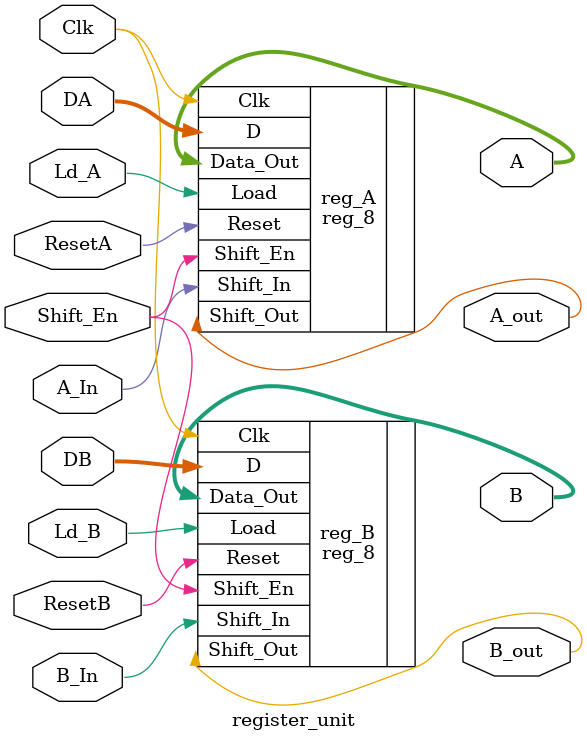
<source format=sv>
module register_unit (input  logic Clk, ResetA, ResetB, A_In, B_In, Ld_A, Ld_B, 
                            Shift_En,
                      input  logic [7:0]  DA, DB, 
                      output logic A_out, B_out, 
                      output logic [7:0]  A, B);


    reg_8  reg_A (.Clk, .Reset(ResetA), .Shift_In(A_In), .Load(Ld_A),
	               .Shift_En, .D(DA), .Shift_Out(A_out), .Data_Out(A));
    reg_8  reg_B (.Clk, .Reset(ResetB), .Shift_In(B_In), .Load(Ld_B),
	               .Shift_En, .D(DB), .Shift_Out(B_out), .Data_Out(B));

endmodule
</source>
